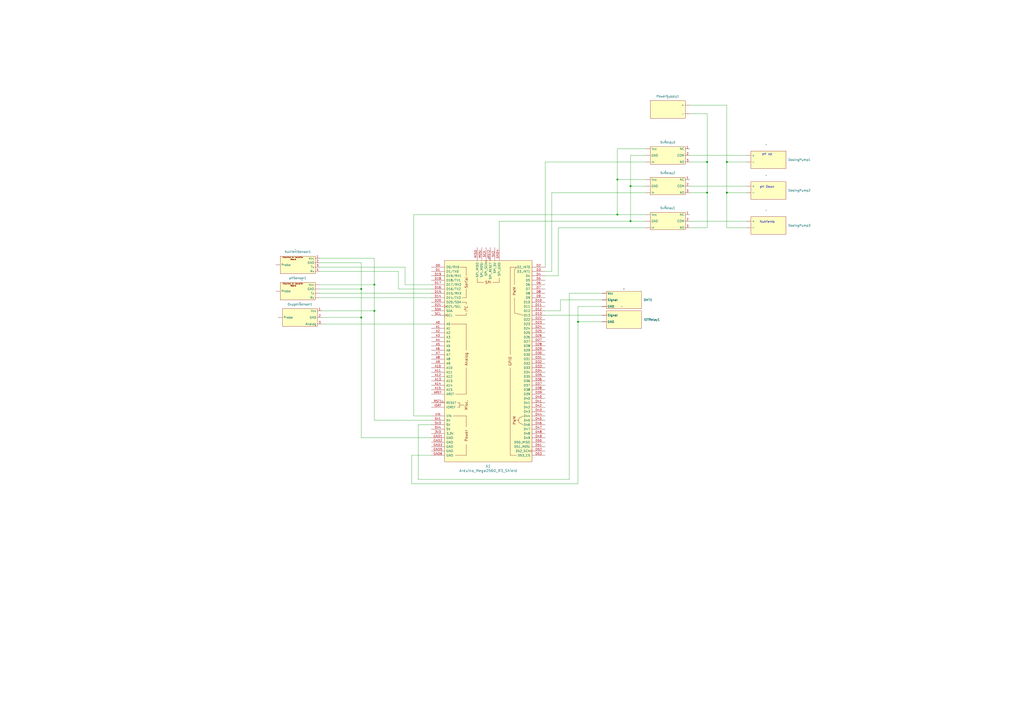
<source format=kicad_sch>
(kicad_sch (version 20230121) (generator eeschema)
  (paper "A2")
  (title_block (title "Electronics System ") (date "Oct 23") (rev "A") (company "ASMExEPICS Automated Hydroponics"))
  (lib_symbols
    (symbol "EPICSHydroponics:DHT_Sensor"
      (property "Reference" "DHT" (at 0 0 0))
      (symbol "DHT_Sensor_1_1"
        (rectangle (start -10.16 -1.27) (end 10.16 -11.43) (fill (type background)))
        (pin input line (at -12.7 -10.16 0) (length 2.54) (name "GND") (number ""))
        (pin output line (at -12.7 -6.35 0) (length 2.54) (name "Signal") (number ""))
        (pin input line (at -12.7 -2.54 0) (length 2.54) (name "Vcc") (number ""))
      )
    )
    (symbol "EPICSHydroponics:DosingPump"
      (property "Reference" "DosingPump" (at 0 0 0))
      (symbol "DosingPump_1_1"
        (rectangle (start -8.89 -3.81) (end 11.43 -13.97) (fill (type background)))
        (pin input line (at -11.43 -6.35 0) (length 2.54) (name "+") (number ""))
        (pin input line (at -11.43 -10.16 0) (length 2.54) (name "-") (number ""))
      )
    )
    (symbol "EPICSHydroponics:IOTRelay"
      (property "Reference" "IOTRelay" (at 0 0 0))
      (symbol "IOTRelay_1_1"
        (rectangle (start -8.89 -2.54) (end 11.43 -12.7) (fill (type background)))
        (pin input line (at -11.43 -8.89 0) (length 2.54) (name "GND") (number ""))
        (pin input line (at -11.43 -5.08 0) (length 2.54) (name "Signal") (number ""))
      )
    )
    (symbol "EPICSHydroponics:Nutrients"
      (property "Reference" "NutrientSensor" (at 1.27 -1.27 0))
      (symbol "Nutrients_1_1"
        (rectangle (start -8.89 -3.81) (end 11.43 -13.97) (fill (type background)))
        (text "Attached to Isolation \nBoard\n" (at -1.27 -5.08 0) (effects (font (size 0.75 0.75))))
        (pin bidirectional line (at -11.43 -8.89 0) (length 2.54) (name "Probe") (number ""))
        (pin input line (at 13.97 -5.08 180) (length 2.54) (name "Vcc") (number "1"))
        (pin input line (at 13.97 -7.62 180) (length 2.54) (name "GND") (number "2"))
        (pin input line (at 13.97 -10.16 180) (length 2.54) (name "Tx") (number "3"))
        (pin input line (at 13.97 -12.7 180) (length 2.54) (name "Rx") (number "4"))
      )
    )
    (symbol "EPICSHydroponics:OxygenSensor"
      (property "Reference" "OxygenSensor" (at 0 0 0))
      (symbol "OxygenSensor_1_1"
        (rectangle (start -10.16 -3.81) (end 10.16 -13.97) (fill (type background)))
        (pin bidirectional line (at -12.7 -8.89 0) (length 2.54) (name "Probe") (number ""))
        (pin input line (at 12.7 -5.08 180) (length 2.54) (name "Vcc") (number "1"))
        (pin input line (at 12.7 -8.89 180) (length 2.54) (name "GND") (number "2"))
        (pin input line (at 12.7 -12.7 180) (length 2.54) (name "Analog") (number "3"))
      )
    )
    (symbol "EPICSHydroponics:PowerSupply"
      (property "Reference" "PowerSupply" (at 0 0 0))
      (symbol "PowerSupply_1_1"
        (rectangle (start -10.16 -1.27) (end 10.16 -11.43) (fill (type background)))
        (pin output line (at 12.7 -3.81 180) (length 2.54) (name "+") (number ""))
        (pin output line (at 12.7 -8.89 180) (length 2.54) (name "-") (number ""))
      )
    )
    (symbol "EPICSHydroponics:Relay"
      (property "Reference" "5vRelay" (at 0 0 0))
      (symbol "Relay_1_1"
        (rectangle (start -8.89 -3.81) (end 11.43 -13.97) (fill (type background)))
        (pin input line (at -11.43 -8.89 0) (length 2.54) (name "GND") (number ""))
        (pin input line (at -11.43 -12.7 0) (length 2.54) (name "In") (number ""))
        (pin input line (at -11.43 -5.08 0) (length 2.54) (name "Vcc") (number ""))
        (pin output line (at 13.97 -5.08 180) (length 2.54) (name "NC") (number "1"))
        (pin output line (at 13.97 -8.89 180) (length 2.54) (name "COM") (number "2"))
        (pin output line (at 13.97 -12.7 180) (length 2.54) (name "NO") (number "3"))
      )
    )
    (symbol "EPICSHydroponics:pH_Sensor"
      (property "Reference" "pHSensor" (at -1.27 1.27 0))
      (symbol "pH_Sensor_1_1"
        (rectangle (start -12.7 -1.27) (end 7.62 -11.43) (fill (type background)))
        (text "Attached to Isolation \nBoard\n" (at -5.08 -2.54 0) (effects (font (size 0.75 0.75))))
        (pin input line (at 10.16 -5.08 180) (length 2.54) (name "GND") (number ""))
        (pin output line (at -15.24 -6.35 0) (length 2.54) (name "Probe") (number ""))
        (pin input line (at 10.16 -10.16 180) (length 2.54) (name "Rx") (number ""))
        (pin input line (at 10.16 -7.62 180) (length 2.54) (name "Tx") (number ""))
        (pin input line (at 10.16 -2.54 180) (length 2.54) (name "Vcc") (number ""))
      )
    )
    (symbol "arduino-library:Arduino_Mega2560_R3_Shield" (pin_names (offset 1.016))
      (property "Reference" "A" (at 0 -62.23 0))
      (property "Value" "Arduino_Mega2560_R3_Shield" (at 0 -66.04 0))
      (symbol "Arduino_Mega2560_R3_Shield_0_0"
        (rectangle (start -25.4 -58.42) (end 25.4 58.42) (fill (type background)))
        (rectangle (start -20.32 -31.75) (end -12.7 -31.75))
        (rectangle (start -19.05 -54.61) (end -12.7 -54.61))
        (rectangle (start -19.05 -19.05) (end -12.7 -19.05))
        (rectangle (start -19.05 26.67) (end -12.7 26.67))
        (rectangle (start -17.78 -26.67) (end -16.51 -26.67))
        (rectangle (start -17.78 -24.13) (end -16.51 -24.13))
        (rectangle (start -16.51 -25.4) (end -13.97 -25.4))
        (rectangle (start -16.51 -24.13) (end -16.51 -26.67))
        (rectangle (start -16.51 54.61) (end -12.7 54.61))
        (rectangle (start -15.24 34.29) (end -12.7 34.29))
        (rectangle (start -15.24 36.83) (end -12.7 36.83))
        (rectangle (start -12.7 -54.61) (end -12.7 -48.26))
        (rectangle (start -12.7 -31.75) (end -12.7 -38.1))
        (rectangle (start -12.7 26.67) (end -12.7 27.94))
        (rectangle (start -12.7 34.29) (end -12.7 33.02))
        (rectangle (start -12.7 41.91) (end -12.7 36.83))
        (rectangle (start -12.7 49.53) (end -12.7 54.61))
        (rectangle (start -6.35 48.26) (end -6.35 45.72))
        (rectangle (start -2.54 45.72) (end -6.35 45.72))
        (polyline (pts (xy -21.59 21.59) (xy -12.7 21.59)))
        (polyline (pts (xy -12.7 -19.05) (xy -12.7 -3.81)))
        (polyline (pts (xy -12.7 6.35) (xy -12.7 21.59)))
        (polyline (pts (xy 12.7 -54.61) (xy 16.51 -54.61)))
        (polyline (pts (xy 12.7 54.61) (xy 16.51 54.61)))
        (polyline (pts (xy 17.78 -34.29) (xy 16.51 -34.29)))
        (polyline (pts (xy 15.24 36.83) (xy 15.24 27.94) (xy 20.32 26.67)))
        (polyline (pts (xy 15.24 44.45) (xy 15.24 53.34) (xy 16.51 54.61)))
        (polyline (pts (xy 20.32 -31.75) (xy 17.78 -33.02) (xy 17.78 -35.56) (xy 20.32 -36.83)))
        (rectangle (start 6.35 45.72) (end 2.54 45.72))
        (rectangle (start 6.35 48.26) (end 6.35 45.72))
        (text "Analog" (at -12.7 1.27 900) (effects (font (size 1.524 1.524))))
        (text "I²C" (at -12.7 30.48 900) (effects (font (size 1.524 1.524))))
        (text "Misc." (at -12.7 -25.4 900) (effects (font (size 1.524 1.524))))
        (text "Power" (at -12.7 -43.18 900) (effects (font (size 1.524 1.524))))
        (text "PWM" (at 15.24 -34.29 900) (effects (font (size 1.524 1.524))))
        (text "PWM" (at 15.24 40.64 900) (effects (font (size 1.524 1.524))))
        (text "Serial" (at -12.7 45.72 900) (effects (font (size 1.524 1.524))))
        (text "SPI" (at 0 45.72 0) (effects (font (size 1.524 1.524))))
      )
      (symbol "Arduino_Mega2560_R3_Shield_1_0"
        (rectangle (start 12.7 -54.61) (end 12.7 -3.81))
        (rectangle (start 12.7 54.61) (end 12.7 3.81))
        (text "GPIO" (at 12.7 0 900) (effects (font (size 1.524 1.524))))
      )
      (symbol "Arduino_Mega2560_R3_Shield_1_1"
        (pin power_out line (at -33.02 -41.91 0) (length 7.62) (name "3.3V") (number "3V3"))
        (pin power_in line (at -33.02 -34.29 0) (length 7.62) (name "5V") (number "5V1"))
        (pin power_in line (at 3.81 66.04 270) (length 7.62) (name "SPI_5V") (number "5V2"))
        (pin power_in line (at -33.02 -36.83 0) (length 7.62) (name "5V") (number "5V3"))
        (pin power_in line (at -33.02 -39.37 0) (length 7.62) (name "5V") (number "5V4"))
        (pin bidirectional line (at -33.02 21.59 0) (length 7.62) (name "A0") (number "A0"))
        (pin bidirectional line (at -33.02 19.05 0) (length 7.62) (name "A1") (number "A1"))
        (pin bidirectional line (at -33.02 -3.81 0) (length 7.62) (name "A10") (number "A10"))
        (pin bidirectional line (at -33.02 -6.35 0) (length 7.62) (name "A11") (number "A11"))
        (pin bidirectional line (at -33.02 -8.89 0) (length 7.62) (name "A12") (number "A12"))
        (pin bidirectional line (at -33.02 -11.43 0) (length 7.62) (name "A13") (number "A13"))
        (pin bidirectional line (at -33.02 -13.97 0) (length 7.62) (name "A14") (number "A14"))
        (pin bidirectional line (at -33.02 -16.51 0) (length 7.62) (name "A15") (number "A15"))
        (pin bidirectional line (at -33.02 16.51 0) (length 7.62) (name "A2") (number "A2"))
        (pin bidirectional line (at -33.02 13.97 0) (length 7.62) (name "A3") (number "A3"))
        (pin bidirectional line (at -33.02 11.43 0) (length 7.62) (name "A4") (number "A4"))
        (pin bidirectional line (at -33.02 8.89 0) (length 7.62) (name "A5") (number "A5"))
        (pin bidirectional line (at -33.02 6.35 0) (length 7.62) (name "A6") (number "A6"))
        (pin bidirectional line (at -33.02 3.81 0) (length 7.62) (name "A7") (number "A7"))
        (pin bidirectional line (at -33.02 1.27 0) (length 7.62) (name "A8") (number "A8"))
        (pin bidirectional line (at -33.02 -1.27 0) (length 7.62) (name "A9") (number "A9"))
        (pin input line (at -33.02 -19.05 0) (length 7.62) (name "AREF") (number "AREF"))
        (pin bidirectional line (at -33.02 54.61 0) (length 7.62) (name "D0/RX0") (number "D0"))
        (pin bidirectional line (at -33.02 52.07 0) (length 7.62) (name "D1/TX0") (number "D1"))
        (pin bidirectional line (at 33.02 34.29 180) (length 7.62) (name "D10") (number "D10"))
        (pin bidirectional line (at 33.02 31.75 180) (length 7.62) (name "D11") (number "D11"))
        (pin bidirectional line (at 33.02 29.21 180) (length 7.62) (name "D12") (number "D12"))
        (pin bidirectional line (at 33.02 26.67 180) (length 7.62) (name "D13") (number "D13"))
        (pin bidirectional line (at -33.02 36.83 0) (length 7.62) (name "D14/TX3") (number "D14"))
        (pin bidirectional line (at -33.02 39.37 0) (length 7.62) (name "D15/RX3") (number "D15"))
        (pin bidirectional line (at -33.02 41.91 0) (length 7.62) (name "D16/TX2") (number "D16"))
        (pin bidirectional line (at -33.02 44.45 0) (length 7.62) (name "D17/RX2") (number "D17"))
        (pin bidirectional line (at -33.02 46.99 0) (length 7.62) (name "D18/TX1") (number "D18"))
        (pin bidirectional line (at -33.02 49.53 0) (length 7.62) (name "D19/RX1") (number "D19"))
        (pin bidirectional line (at 33.02 54.61 180) (length 7.62) (name "D2_INT0") (number "D2"))
        (pin bidirectional line (at -33.02 34.29 0) (length 7.62) (name "D20/SDA") (number "D20"))
        (pin bidirectional clock (at -33.02 31.75 0) (length 7.62) (name "D21/SCL") (number "D21"))
        (pin bidirectional line (at 33.02 24.13 180) (length 7.62) (name "D22") (number "D22"))
        (pin bidirectional line (at 33.02 21.59 180) (length 7.62) (name "D23") (number "D23"))
        (pin bidirectional line (at 33.02 19.05 180) (length 7.62) (name "D24") (number "D24"))
        (pin bidirectional line (at 33.02 16.51 180) (length 7.62) (name "D25") (number "D25"))
        (pin bidirectional line (at 33.02 13.97 180) (length 7.62) (name "D26") (number "D26"))
        (pin bidirectional line (at 33.02 11.43 180) (length 7.62) (name "D27") (number "D27"))
        (pin bidirectional line (at 33.02 8.89 180) (length 7.62) (name "D28") (number "D28"))
        (pin bidirectional line (at 33.02 6.35 180) (length 7.62) (name "D29") (number "D29"))
        (pin bidirectional line (at 33.02 52.07 180) (length 7.62) (name "D3_INT1") (number "D3"))
        (pin bidirectional line (at 33.02 3.81 180) (length 7.62) (name "D30") (number "D30"))
        (pin bidirectional line (at 33.02 1.27 180) (length 7.62) (name "D31") (number "D31"))
        (pin bidirectional line (at 33.02 -1.27 180) (length 7.62) (name "D32") (number "D32"))
        (pin bidirectional line (at 33.02 -3.81 180) (length 7.62) (name "D33") (number "D33"))
        (pin bidirectional line (at 33.02 -6.35 180) (length 7.62) (name "D34") (number "D34"))
        (pin bidirectional line (at 33.02 -8.89 180) (length 7.62) (name "D35") (number "D35"))
        (pin bidirectional line (at 33.02 -11.43 180) (length 7.62) (name "D36") (number "D36"))
        (pin bidirectional line (at 33.02 -13.97 180) (length 7.62) (name "D37") (number "D37"))
        (pin bidirectional line (at 33.02 -16.51 180) (length 7.62) (name "D38") (number "D38"))
        (pin bidirectional line (at 33.02 -19.05 180) (length 7.62) (name "D39") (number "D39"))
        (pin bidirectional line (at 33.02 49.53 180) (length 7.62) (name "D4") (number "D4"))
        (pin bidirectional line (at 33.02 -21.59 180) (length 7.62) (name "D40") (number "D40"))
        (pin bidirectional line (at 33.02 -24.13 180) (length 7.62) (name "D41") (number "D41"))
        (pin bidirectional line (at 33.02 -26.67 180) (length 7.62) (name "D42") (number "D42"))
        (pin bidirectional line (at 33.02 -29.21 180) (length 7.62) (name "D43") (number "D43"))
        (pin bidirectional line (at 33.02 -31.75 180) (length 7.62) (name "D44") (number "D44"))
        (pin bidirectional line (at 33.02 -34.29 180) (length 7.62) (name "D45") (number "D45"))
        (pin bidirectional line (at 33.02 -36.83 180) (length 7.62) (name "D46") (number "D46"))
        (pin bidirectional line (at 33.02 -39.37 180) (length 7.62) (name "D47") (number "D47"))
        (pin bidirectional line (at 33.02 -41.91 180) (length 7.62) (name "D48") (number "D48"))
        (pin bidirectional line (at 33.02 -44.45 180) (length 7.62) (name "D49") (number "D49"))
        (pin bidirectional line (at 33.02 46.99 180) (length 7.62) (name "D5") (number "D5"))
        (pin bidirectional line (at 33.02 -46.99 180) (length 7.62) (name "D50_MISO") (number "D50"))
        (pin bidirectional line (at 33.02 -49.53 180) (length 7.62) (name "D51_MOSI") (number "D51"))
        (pin bidirectional clock (at 33.02 -52.07 180) (length 7.62) (name "D52_SCK") (number "D52"))
        (pin bidirectional line (at 33.02 -54.61 180) (length 7.62) (name "D53_CS") (number "D53"))
        (pin bidirectional line (at 33.02 44.45 180) (length 7.62) (name "D6") (number "D6"))
        (pin bidirectional line (at 33.02 41.91 180) (length 7.62) (name "D7") (number "D7"))
        (pin bidirectional line (at 33.02 39.37 180) (length 7.62) (name "D8") (number "D8"))
        (pin bidirectional line (at 33.02 36.83 180) (length 7.62) (name "D9") (number "D9"))
        (pin power_in line (at -33.02 -44.45 0) (length 7.62) (name "GND") (number "GND1"))
        (pin power_in line (at -33.02 -46.99 0) (length 7.62) (name "GND") (number "GND2"))
        (pin power_in line (at -33.02 -49.53 0) (length 7.62) (name "GND") (number "GND3"))
        (pin power_in line (at 6.35 66.04 270) (length 7.62) (name "SPI_GND") (number "GND4"))
        (pin power_in line (at -33.02 -52.07 0) (length 7.62) (name "GND") (number "GND5"))
        (pin power_in line (at -33.02 -54.61 0) (length 7.62) (name "GND") (number "GND6"))
        (pin output line (at -33.02 -26.67 0) (length 7.62) (name "IOREF") (number "IORF"))
        (pin input line (at -6.35 66.04 270) (length 7.62) (name "SPI_MISO") (number "MISO"))
        (pin output line (at -3.81 66.04 270) (length 7.62) (name "SPI_MOSI") (number "MOSI"))
        (pin open_collector input_low (at -33.02 -24.13 0) (length 7.62) (name "RESET") (number "RST1"))
        (pin open_collector input_low (at 1.27 66.04 270) (length 7.62) (name "SPI_RESET") (number "RST2"))
        (pin output clock (at -1.27 66.04 270) (length 7.62) (name "SPI_SCK") (number "SCK"))
        (pin bidirectional clock (at -33.02 26.67 0) (length 7.62) (name "SCL") (number "SCL"))
        (pin bidirectional line (at -33.02 29.21 0) (length 7.62) (name "SDA") (number "SDA"))
        (pin power_in line (at -33.02 -31.75 0) (length 7.62) (name "VIN") (number "VIN"))
      )
    )
  )
  (junction (at 410.21 111.76))
  (junction (at 358.14 124.46))
  (junction (at 358.14 104.14))
  (junction (at 365.76 107.95))
  (junction (at 410.21 93.98))
  (junction (at 421.64 93.98))
  (junction (at 209.55 167.64))
  (junction (at 217.17 165.1))
  (junction (at 421.64 111.76))
  (junction (at 209.55 184.15))
  (junction (at 335.28 186.69))
  (junction (at 365.76 128.27))
  (junction (at 217.17 180.34))
  (wire (pts (xy 433.07 93.98) (xy 421.64 93.98)))
  (wire (pts (xy 358.14 86.36) (xy 358.14 104.14)))
  (wire (pts (xy 421.64 93.98) (xy 421.64 111.76)))
  (wire (pts (xy 400.05 128.27) (xy 433.07 128.27)))
  (wire (pts (xy 365.76 128.27) (xy 374.65 128.27)))
  (wire (pts (xy 410.21 111.76) (xy 410.21 132.08)))
  (wire (pts (xy 400.05 90.17) (xy 433.07 90.17)))
  (wire (pts (xy 316.23 157.48) (xy 320.04 157.48)))
  (wire (pts (xy 335.28 177.8) (xy 335.28 186.69)))
  (wire (pts (xy 410.21 93.98) (xy 410.21 111.76)))
  (wire (pts (xy 400.05 111.76) (xy 410.21 111.76)))
  (wire (pts (xy 330.2 170.18) (xy 330.2 278.13)))
  (wire (pts (xy 323.85 132.08) (xy 374.65 132.08)))
  (wire (pts (xy 185.42 170.18) (xy 250.19 170.18)))
  (wire (pts (xy 421.64 132.08) (xy 433.07 132.08)))
  (wire (pts (xy 374.65 111.76) (xy 320.04 111.76)))
  (wire (pts (xy 250.19 165.1) (xy 234.95 165.1)))
  (wire (pts (xy 358.14 104.14) (xy 358.14 124.46)))
  (wire (pts (xy 242.57 246.38) (xy 250.19 246.38)))
  (wire (pts (xy 186.69 187.96) (xy 250.19 187.96)))
  (wire (pts (xy 335.28 280.67) (xy 238.76 280.67)))
  (wire (pts (xy 410.21 66.04) (xy 410.21 93.98)))
  (wire (pts (xy 185.42 152.4) (xy 209.55 152.4)))
  (wire (pts (xy 209.55 167.64) (xy 209.55 184.15)))
  (wire (pts (xy 186.69 180.34) (xy 217.17 180.34)))
  (wire (pts (xy 421.64 60.96) (xy 421.64 93.98)))
  (wire (pts (xy 289.56 128.27) (xy 365.76 128.27)))
  (wire (pts (xy 217.17 180.34) (xy 217.17 165.1)))
  (wire (pts (xy 316.23 182.88) (xy 349.25 182.88)))
  (wire (pts (xy 209.55 184.15) (xy 209.55 254)))
  (wire (pts (xy 217.17 149.86) (xy 185.42 149.86)))
  (wire (pts (xy 349.25 173.99) (xy 325.12 173.99)))
  (wire (pts (xy 374.65 124.46) (xy 358.14 124.46)))
  (wire (pts (xy 185.42 167.64) (xy 209.55 167.64)))
  (wire (pts (xy 349.25 177.8) (xy 335.28 177.8)))
  (wire (pts (xy 209.55 254) (xy 250.19 254)))
  (wire (pts (xy 289.56 143.51) (xy 289.56 128.27)))
  (wire (pts (xy 240.03 124.46) (xy 240.03 241.3)))
  (wire (pts (xy 320.04 111.76) (xy 320.04 157.48)))
  (wire (pts (xy 374.65 107.95) (xy 365.76 107.95)))
  (wire (pts (xy 316.23 93.98) (xy 316.23 154.94)))
  (wire (pts (xy 325.12 173.99) (xy 325.12 180.34)))
  (wire (pts (xy 374.65 93.98) (xy 316.23 93.98)))
  (wire (pts (xy 238.76 280.67) (xy 238.76 264.16)))
  (wire (pts (xy 400.05 107.95) (xy 433.07 107.95)))
  (wire (pts (xy 325.12 180.34) (xy 316.23 180.34)))
  (wire (pts (xy 421.64 60.96) (xy 400.05 60.96)))
  (wire (pts (xy 238.76 264.16) (xy 250.19 264.16)))
  (wire (pts (xy 231.14 167.64) (xy 250.19 167.64)))
  (wire (pts (xy 217.17 243.84) (xy 217.17 180.34)))
  (wire (pts (xy 400.05 132.08) (xy 410.21 132.08)))
  (wire (pts (xy 335.28 186.69) (xy 335.28 280.67)))
  (wire (pts (xy 186.69 184.15) (xy 209.55 184.15)))
  (wire (pts (xy 323.85 160.02) (xy 323.85 132.08)))
  (wire (pts (xy 365.76 107.95) (xy 365.76 128.27)))
  (wire (pts (xy 234.95 165.1) (xy 234.95 154.94)))
  (wire (pts (xy 217.17 165.1) (xy 217.17 149.86)))
  (wire (pts (xy 316.23 160.02) (xy 323.85 160.02)))
  (wire (pts (xy 421.64 111.76) (xy 421.64 132.08)))
  (wire (pts (xy 374.65 104.14) (xy 358.14 104.14)))
  (wire (pts (xy 242.57 278.13) (xy 242.57 246.38)))
  (wire (pts (xy 330.2 278.13) (xy 242.57 278.13)))
  (wire (pts (xy 374.65 86.36) (xy 358.14 86.36)))
  (wire (pts (xy 209.55 152.4) (xy 209.55 167.64)))
  (wire (pts (xy 358.14 124.46) (xy 240.03 124.46)))
  (wire (pts (xy 231.14 157.48) (xy 231.14 167.64)))
  (wire (pts (xy 374.65 90.17) (xy 365.76 90.17)))
  (wire (pts (xy 185.42 172.72) (xy 250.19 172.72)))
  (wire (pts (xy 250.19 243.84) (xy 217.17 243.84)))
  (wire (pts (xy 185.42 165.1) (xy 217.17 165.1)))
  (wire (pts (xy 400.05 93.98) (xy 410.21 93.98)))
  (wire (pts (xy 240.03 241.3) (xy 250.19 241.3)))
  (wire (pts (xy 400.05 66.04) (xy 410.21 66.04)))
  (wire (pts (xy 365.76 90.17) (xy 365.76 107.95)))
  (wire (pts (xy 433.07 111.76) (xy 421.64 111.76)))
  (wire (pts (xy 349.25 170.18) (xy 330.2 170.18)))
  (wire (pts (xy 234.95 154.94) (xy 185.42 154.94)))
  (wire (pts (xy 185.42 157.48) (xy 231.14 157.48)))
  (wire (pts (xy 335.28 186.69) (xy 349.25 186.69)))
  (text "pH Down\n" (at 440.69 109.22 0) (effects (font (size 1.27 1.27)) (justify left bottom)))
  (text "Nutrients\n" (at 440.69 129.54 0) (effects (font (size 1.27 1.27)) (justify left bottom)))
  (text "pH up\n" (at 441.96 90.17 0) (effects (font (size 1.27 1.27)) (justify left bottom)))
  (symbol (lib_id "EPICSHydroponics:PowerSupply") (at 387.35 57.15 0) (unit 1)
    (property "Reference" "PowerSupply1" (at 387.35 55.88 0))
    (property "Value" "~" (at 387.35 57.15 0))
  )
  (symbol (lib_id "EPICSHydroponics:Relay") (at 386.08 99.06 0) (unit 1)
    (property "Reference" "5vRelay2" (at 387.35 100.33 0))
    (property "Value" "~" (at 386.08 99.06 0))
  )
  (symbol (lib_id "EPICSHydroponics:DosingPump") (at 444.5 101.6 0) (unit 1)
    (property "Reference" "DosingPump2" (at 457.2 110.49 0) (effects (justify left)))
    (property "Value" "~" (at 444.5 101.6 0))
  )
  (symbol (lib_id "EPICSHydroponics:Relay") (at 386.08 119.38 0) (unit 1)
    (property "Reference" "5vRelay1" (at 387.35 120.65 0))
    (property "Value" "~" (at 386.08 119.38 0))
  )
  (symbol (lib_id "EPICSHydroponics:Nutrients") (at 171.45 144.78 0) (unit 1)
    (property "Reference" "NutrientSensor1" (at 172.72 146.05 0))
    (property "Value" "~" (at 171.45 144.78 0))
  )
  (symbol (lib_id "EPICSHydroponics:pH_Sensor") (at 175.26 162.56 0) (unit 1)
    (property "Reference" "pHSensor1" (at 172.72 161.29 0))
    (property "Value" "~" (at 175.26 162.56 0))
  )
  (symbol (lib_id "EPICSHydroponics:DHT_Sensor") (at 361.95 167.64 0) (unit 1)
    (property "Reference" "DHT1" (at 373.38 173.99 0) (effects (justify left)))
    (property "Value" "~" (at 361.95 167.64 0))
  )
  (symbol (lib_id "EPICSHydroponics:IOTRelay") (at 360.68 177.8 0) (unit 1)
    (property "Reference" "IOTRelay1" (at 373.38 185.42 0) (effects (justify left)))
    (property "Value" "~" (at 360.68 177.8 0))
  )
  (symbol (lib_id "EPICSHydroponics:OxygenSensor") (at 173.99 175.26 0) (unit 1)
    (property "Reference" "OxygenSensor1" (at 173.99 176.53 0))
    (property "Value" "~" (at 173.99 175.26 0))
  )
  (symbol (lib_id "EPICSHydroponics:DosingPump") (at 444.5 121.92 0) (unit 1)
    (property "Reference" "DosingPump3" (at 457.2 130.81 0) (effects (justify left)))
    (property "Value" "~" (at 444.5 121.92 0))
  )
  (symbol (lib_id "EPICSHydroponics:DosingPump") (at 444.5 83.82 0) (unit 1)
    (property "Reference" "DosingPump1" (at 457.2 92.71 0) (effects (justify left)))
    (property "Value" "~" (at 444.5 83.82 0))
  )
  (symbol (lib_id "arduino-library:Arduino_Mega2560_R3_Shield") (at 283.21 209.55 0) (unit 1)
    (property "Reference" "A1" (at 283.21 270.51 0) (effects (font (size 1.524 1.524))))
    (property "Value" "Arduino_Mega2560_R3_Shield" (at 283.21 273.05 0) (effects (font (size 1.524 1.524))))
    (property "Footprint" "PCM_arduino-library:Arduino_Mega2560_R3_Shield" (effects hide))
    (property "Datasheet" "https://docs.arduino.cc/hardware/mega-2560" (effects hide))
  )
  (symbol (lib_id "EPICSHydroponics:Relay") (at 386.08 81.28 0) (unit 1)
    (property "Reference" "5vRelay3" (at 387.35 82.55 0))
    (property "Value" "~" (at 386.08 81.28 0))
  )
)
</source>
